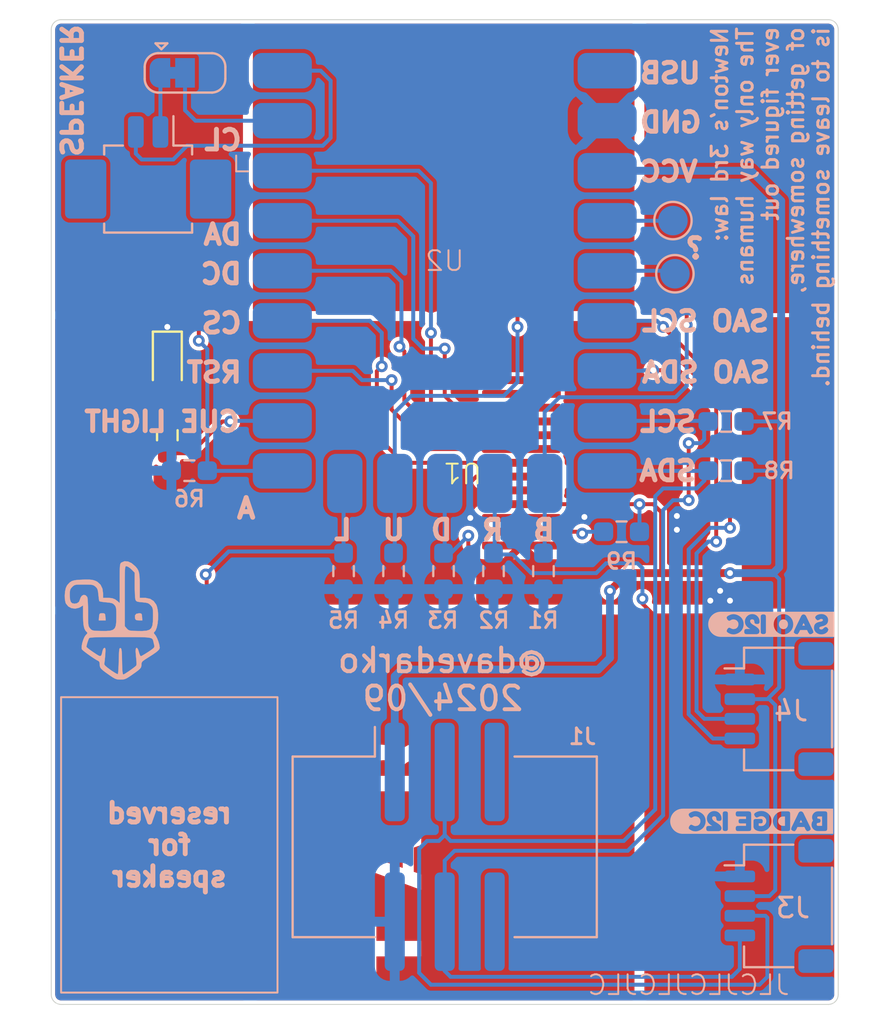
<source format=kicad_pcb>
(kicad_pcb (version 20240108) (generator "pcbnew") (generator_version "8.0")
  (layers (0 "F.Cu" signal) (31 "B.Cu" signal) (34 "B.Paste" user) (35 "F.Paste" user) (36 "B.SilkS" user "B.Silkscreen") (37 "F.SilkS" user "F.Silkscreen") (38 "B.Mask" user) (39 "F.Mask" user) (44 "Edge.Cuts" user))
  (net 0 "")
  (net 1 "VCC")
  (net 2 "GND")
  (net 3 "TFT_SCLK")
  (net 6 "TFT_COPI")
  (net 7 "TFT_CS")
  (net 8 "TFT_RST")
  (net 9 "TFT_DC")
  (net 11 "TOUCH_A")
  (net 12 "Net-(J2-Pin_2)")
  (net 13 "TOUCH_LEFT")
  (net 14 "TOUCH_DOWN")
  (net 16 "TOUCH_UP")
  (net 17 "TOUCH_RIGHT")
  (net 18 "TOUCH_B")
  (net 21 "SDA")
  (net 22 "SCL")
  (net 23 "Net-(J2-Pin_1)")
  (net 24 "Net-(U1-LEDA)")
  (net 25 "Net-(D1-A)")
  (net 26 "Net-(U2-GPIO7)")
  (net 27 "Net-(JP1-C)")
  (net 28 "SAO_SDA")
  (net 29 "SAO_SCL")
  (net 30 "Net-(U2-GPIO29)")
  (net 31 "Net-(U2-GPIO28)")
  (footprint "Resistor_SMD:R_0603_1608Metric_Pad0.98x0.95mm_HandSolder" (layer "F.Cu") (at 5.9 21.1 90)
    (property "Reference" "R10" (hide yes))
    (property "Value" "4k7" (hide yes))
    (pad "1" smd roundrect (at -0.9125 0 90) (size 0.975 0.95) (layers "F.Cu" "F.Paste" "F.Mask") (net 26 "Net-(U2-GPIO7)"))
    (pad "2" smd roundrect (at 0.9125 0 90) (size 0.975 0.95) (layers "F.Cu" "F.Paste" "F.Mask") (net 25 "Net-(D1-A)"))
  )
  (footprint "Diode_SMD:D_0603_1608Metric_Pad1.05x0.95mm_HandSolder" (layer "F.Cu") (at 5.9 17.5 -90)
    (property "Reference" "D1" (hide yes))
    (property "Value" "LED" (hide yes))
    (pad "1" smd roundrect (at -0.875 0 270) (size 1.05 0.95) (layers "F.Cu" "F.Paste" "F.Mask") (net 2 "GND"))
    (pad "2" smd roundrect (at 0.875 0 270) (size 1.05 0.95) (layers "F.Cu" "F.Paste" "F.Mask") (net 25 "Net-(D1-A)"))
  )
  (footprint "TARS:ST7735S-160x80-13PIN" (layer "F.Cu") (at 20.9 22.5 180)
    (property "Reference" "U1" (at 0 -0.5 180) (layer "F.SilkS") (effects (font (thickness 0.1))))
    (property "Value" "~")
    (pad "1" smd roundrect (at -3 4.2) (size 4 0.4) (layers "F.Cu" "F.Paste" "F.Mask"))
    (pad "2" smd roundrect (at -3 3.5) (size 4 0.4) (layers "F.Cu" "F.Paste" "F.Mask"))
    (pad "3" smd roundrect (at -3 2.8) (size 4 0.4) (layers "F.Cu" "F.Paste" "F.Mask") (net 6 "TFT_COPI"))
    (pad "4" smd roundrect (at -3 2.1) (size 4 0.4) (layers "F.Cu" "F.Paste" "F.Mask") (net 3 "TFT_SCLK"))
    (pad "5" smd roundrect (at -3 1.4) (size 4 0.4) (layers "F.Cu" "F.Paste" "F.Mask") (net 9 "TFT_DC"))
    (pad "6" smd roundrect (at -3 0.7) (size 4 0.4) (layers "F.Cu" "F.Paste" "F.Mask") (net 8 "TFT_RST"))
    (pad "7" smd roundrect (at -3 0) (size 4 0.4) (layers "F.Cu" "F.Paste" "F.Mask") (net 7 "TFT_CS"))
    (pad "8" smd roundrect (at -3 -0.7) (size 4 0.4) (layers "F.Cu" "F.Paste" "F.Mask") (net 2 "GND"))
    (pad "9" smd roundrect (at -3 -1.4) (size 4 0.4) (layers "F.Cu" "F.Paste" "F.Mask"))
    (pad "10" smd roundrect (at -3 -2.1) (size 4 0.4) (layers "F.Cu" "F.Paste" "F.Mask") (net 1 "VCC"))
    (pad "11" smd roundrect (at -3 -2.8) (size 4 0.4) (layers "F.Cu" "F.Paste" "F.Mask") (net 2 "GND"))
    (pad "12" smd roundrect (at -3 -3.5) (size 4 0.4) (layers "F.Cu" "F.Paste" "F.Mask") (net 24 "Net-(U1-LEDA)"))
    (pad "13" smd roundrect (at -3 -4.2) (size 4 0.4) (layers "F.Cu" "F.Paste" "F.Mask") (net 2 "GND"))
  )
  (footprint "Resistor_SMD:R_0603_1608Metric_Pad0.98x0.95mm_HandSolder" (layer "B.Cu") (at 14.859 28 -90)
    (property "Reference" "R5" (at 2.5 0 0) (layer "B.SilkS") (effects (font (size 0.8 0.8)) (justify mirror)))
    (property "Value" "1M")
    (pad "1" smd roundrect (at -0.9125 0 270) (size 0.975 0.95) (layers "B.Cu" "B.Paste" "B.Mask") (net 13 "TOUCH_LEFT"))
    (pad "2" smd roundrect (at 0.9125 0 270) (size 0.975 0.95) (layers "B.Cu" "B.Paste" "B.Mask") (net 2 "GND"))
  )
  (footprint "Jumper:SolderJumper-3_P1.3mm_Bridged12_RoundedPad1.0x1.5mm" (layer "B.Cu") (at 6.8 2.7)
    (property "Reference" "JP1" (hide yes))
    (property "Value" "Jumper_3_Bridged12")
    (fp_poly (pts (xy -0.9 0.3) (xy -0.4 0.3) (xy -0.4 -0.3) (xy -0.9 -0.3)) (fill solid) (layer "B.Cu"))
    (pad "1" smd custom (at -1.3 0) (size 1 0.5) (layers "B.Cu" "B.Mask") (net 23 "Net-(J2-Pin_1)") (options (clearance outline) (anchor rect)) (primitives (gr_circle (center 0 -0.25) (end 0.5 -0.25) (width 0) (fill yes)) (gr_circle (center 0 0.25) (end 0.5 0.25) (width 0) (fill yes)) (gr_poly (pts (xy 0.55 -0.75) (xy 0 -0.75) (xy 0 0.75) (xy 0.55 0.75)) (width 0) (fill yes))))
    (pad "2" smd rect (at 0 0) (size 1 1.5) (layers "B.Cu" "B.Mask") (net 27 "Net-(JP1-C)"))
    (pad "3" smd custom (at 1.3 0) (size 1 0.5) (layers "B.Cu" "B.Mask") (net 2 "GND") (options (clearance outline) (anchor rect)) (primitives (gr_circle (center 0 -0.25) (end 0.5 -0.25) (width 0) (fill yes)) (gr_circle (center 0 0.25) (end 0.5 0.25) (width 0) (fill yes)) (gr_poly (pts (xy 0 -0.75) (xy -0.55 -0.75) (xy -0.55 0.75) (xy 0 0.75)) (width 0) (fill yes))))
  )
  (footprint "kibuzzard-66F128E4" (layer "B.Cu") (at 36.6 30.7 180)
    (property "Reference" "kibuzzard-66F128E4" (hide yes))
    (property "Value" "G***" (hide yes))
  )
  (footprint "Resistor_SMD:R_0603_1608Metric_Pad0.98x0.95mm_HandSolder" (layer "B.Cu") (at 22.479 28 -90)
    (property "Reference" "R2" (at 2.5 -0.021 0) (layer "B.SilkS") (effects (font (size 0.8 0.8)) (justify mirror)))
    (property "Value" "1M")
    (pad "1" smd roundrect (at -0.9125 0 270) (size 0.975 0.95) (layers "B.Cu" "B.Paste" "B.Mask") (net 17 "TOUCH_RIGHT"))
    (pad "2" smd roundrect (at 0.9125 0 270) (size 0.975 0.95) (layers "B.Cu" "B.Paste" "B.Mask") (net 2 "GND"))
  )
  (footprint "Resistor_SMD:R_0603_1608Metric_Pad0.98x0.95mm_HandSolder" (layer "B.Cu") (at 28.9875 26 180)
    (property "Reference" "R9" (at 0 -1.5 0) (layer "B.SilkS") (effects (font (size 0.8 0.8)) (justify mirror)))
    (property "Value" "11 Ohm")
    (pad "1" smd roundrect (at -0.9125 0 180) (size 0.975 0.95) (layers "B.Cu" "B.Paste" "B.Mask") (net 1 "VCC"))
    (pad "2" smd roundrect (at 0.9125 0 180) (size 0.975 0.95) (layers "B.Cu" "B.Paste" "B.Mask") (net 24 "Net-(U1-LEDA)"))
  )
  (footprint "TestPoint:TestPoint_Pad_D1.5mm" (layer "B.Cu") (at 31.6 10.2 180)
    (property "Reference" "TP1" (hide yes))
    (property "Value" "TestPoint")
    (pad "1" smd circle (at 0 0 180) (size 1.5 1.5) (layers "B.Cu" "B.Mask") (net 30 "Net-(U2-GPIO29)"))
  )
  (footprint "Connector_JST:JST_SH_SM04B-SRSS-TB_1x04-1MP_P1.00mm_Horizontal" (layer "B.Cu") (at 37 45 -90)
    (property "Reference" "J3" (at 0.1 -0.7 0) (layer "B.SilkS") (effects (justify mirror)))
    (property "Value" "Conn_01x04")
    (pad "1" smd roundrect (at -1.5 2 270) (size 0.6 1.55) (layers "B.Cu" "B.Paste" "B.Mask") (net 2 "GND"))
    (pad "2" smd roundrect (at -0.5 2 270) (size 0.6 1.55) (layers "B.Cu" "B.Paste" "B.Mask") (net 1 "VCC"))
    (pad "3" smd roundrect (at 0.5 2 270) (size 0.6 1.55) (layers "B.Cu" "B.Paste" "B.Mask") (net 21 "SDA"))
    (pad "4" smd roundrect (at 1.5 2 270) (size 0.6 1.55) (layers "B.Cu" "B.Paste" "B.Mask") (net 22 "SCL"))
    (pad "MP" smd roundrect (at -2.8 -1.875 270) (size 1.2 1.8) (layers "B.Cu" "B.Paste" "B.Mask") (roundrect_rratio 0.208333))
    (pad "MP" smd roundrect (at 2.8 -1.875 270) (size 1.2 1.8) (layers "B.Cu" "B.Paste" "B.Mask") (roundrect_rratio 0.208333))
  )
  (footprint "Connector_Molex:Molex_PicoBlade_53261-0271_1x02-1MP_P1.25mm_Horizontal" (layer "B.Cu") (at 4.925 8.1 180)
    (property "Reference" "J2" (hide yes))
    (property "Value" "Conn_01x02_Socket")
    (pad "1" smd roundrect (at -0.625 2.4 180) (size 0.8 1.6) (layers "B.Cu" "B.Paste" "B.Mask") (net 23 "Net-(J2-Pin_1)"))
    (pad "2" smd roundrect (at 0.625 2.4 180) (size 0.8 1.6) (layers "B.Cu" "B.Paste" "B.Mask") (net 12 "Net-(J2-Pin_2)"))
    (pad "MP" smd roundrect (at -3.175 -0.5 180) (size 2.1 3) (layers "B.Cu" "B.Paste" "B.Mask") (roundrect_rratio 0.119048))
    (pad "MP" smd roundrect (at 3.175 -0.5 180) (size 2.1 3) (layers "B.Cu" "B.Paste" "B.Mask") (roundrect_rratio 0.119048))
  )
  (footprint "Resistor_SMD:R_0603_1608Metric_Pad0.98x0.95mm_HandSolder" (layer "B.Cu") (at 17.399 28 -90)
    (property "Reference" "R4" (at 2.5 -0.001 0) (layer "B.SilkS") (effects (font (size 0.8 0.8)) (justify mirror)))
    (property "Value" "1M")
    (pad "1" smd roundrect (at -0.9125 0 270) (size 0.975 0.95) (layers "B.Cu" "B.Paste" "B.Mask") (net 16 "TOUCH_UP"))
    (pad "2" smd roundrect (at 0.9125 0 270) (size 0.975 0.95) (layers "B.Cu" "B.Paste" "B.Mask") (net 2 "GND"))
  )
  (footprint "kibuzzard-66F12846" (layer "B.Cu") (at 35.6 40.7 180)
    (property "Reference" "kibuzzard-66F12846" (hide yes))
    (property "Value" "G***" (hide yes))
  )
  (footprint "Resistor_SMD:R_0603_1608Metric_Pad0.98x0.95mm_HandSolder" (layer "B.Cu") (at 7.02 22.9)
    (property "Reference" "R6" (at 0 1.43 180) (layer "B.SilkS") (effects (font (size 0.8 0.8) (thickness 0.15) (bold yes)) (justify mirror)))
    (property "Value" "1M")
    (pad "1" smd roundrect (at -0.9125 0) (size 0.975 0.95) (layers "B.Cu" "B.Paste" "B.Mask") (net 2 "GND"))
    (pad "2" smd roundrect (at 0.9125 0) (size 0.975 0.95) (layers "B.Cu" "B.Paste" "B.Mask") (net 11 "TOUCH_A"))
  )
  (footprint "Connector_IDC:IDC-Header_2x03_P2.54mm_Vertical_SMD" (layer "B.Cu") (at 20 42 -90)
    (property "Reference" "J1" (at -5.6 -7 0) (layer "B.SilkS") (effects (font (size 0.8 0.8)) (justify mirror)))
    (property "Value" "Conn_02x03_Odd_Even")
    (pad "1" smd roundrect (at -3.8 2.54 270) (size 5 1.02) (layers "B.Cu" "B.Paste" "B.Mask") (net 1 "VCC"))
    (pad "2" smd roundrect (at 3.8 2.54 270) (size 5 1.02) (layers "B.Cu" "B.Paste" "B.Mask") (net 2 "GND"))
    (pad "3" smd roundrect (at -3.8 0 270) (size 5 1.02) (layers "B.Cu" "B.Paste" "B.Mask") (net 21 "SDA"))
    (pad "4" smd roundrect (at 3.8 0 270) (size 5 1.02) (layers "B.Cu" "B.Paste" "B.Mask") (net 22 "SCL"))
    (pad "5" smd roundrect (at -3.8 -2.54 270) (size 5 1.02) (layers "B.Cu" "B.Paste" "B.Mask"))
    (pad "6" smd roundrect (at 3.8 -2.54 270) (size 5 1.02) (layers "B.Cu" "B.Paste" "B.Mask"))
  )
  (footprint "Resistor_SMD:R_0603_1608Metric_Pad0.98x0.95mm_HandSolder" (layer "B.Cu") (at 25.019 28 -90)
    (property "Reference" "R1" (at 2.5 0.019 0) (layer "B.SilkS") (effects (font (size 0.8 0.8)) (justify mirror)))
    (property "Value" "1M")
    (pad "1" smd roundrect (at -0.9125 0 270) (size 0.975 0.95) (layers "B.Cu" "B.Paste" "B.Mask") (net 18 "TOUCH_B"))
    (pad "2" smd roundrect (at 0.9125 0 270) (size 0.975 0.95) (layers "B.Cu" "B.Paste" "B.Mask") (net 2 "GND"))
  )
  (footprint "Resistor_SMD:R_0603_1608Metric_Pad0.98x0.95mm_HandSolder" (layer "B.Cu") (at 34.3 20.4)
    (property "Reference" "R7" (at 2.6 0 0) (layer "B.SilkS") (effects (font (size 0.8 0.8)) (justify mirror)))
    (property "Value" "4k7")
    (pad "1" smd roundrect (at -0.9125 0) (size 0.975 0.95) (layers "B.Cu" "B.Paste" "B.Mask") (net 22 "SCL"))
    (pad "2" smd roundrect (at 0.9125 0) (size 0.975 0.95) (layers "B.Cu" "B.Paste" "B.Mask") (net 1 "VCC"))
  )
  (footprint "Resistor_SMD:R_0603_1608Metric_Pad0.98x0.95mm_HandSolder" (layer "B.Cu") (at 34.3 22.9)
    (property "Reference" "R8" (at 2.7 0 0) (layer "B.SilkS") (effects (font (size 0.8 0.8)) (justify mirror)))
    (property "Value" "4k7")
    (pad "1" smd roundrect (at -0.9125 0) (size 0.975 0.95) (layers "B.Cu" "B.Paste" "B.Mask") (net 21 "SDA"))
    (pad "2" smd roundrect (at 0.9125 0) (size 0.975 0.95) (layers "B.Cu" "B.Paste" "B.Mask") (net 1 "VCC"))
  )
  (footprint "davedarko:davedarko_logo_silk_outline" (layer "B.Cu") (at 3.1 30.5 180)
    (property "Reference" "Ref**" (hide yes))
    (property "Value" "Val**" (hide yes))
  )
  (footprint "Connector_JST:JST_SH_SM04B-SRSS-TB_1x04-1MP_P1.00mm_Horizontal" (layer "B.Cu") (at 37 35 -90)
    (property "Reference" "J4" (at 0.1 -0.6 0) (layer "B.SilkS") (effects (justify mirror)))
    (property "Value" "Conn_01x04")
    (pad "1" smd roundrect (at -1.5 2 270) (size 0.6 1.55) (layers "B.Cu" "B.Paste" "B.Mask") (net 2 "GND"))
    (pad "2" smd roundrect (at -0.5 2 270) (size 0.6 1.55) (layers "B.Cu" "B.Paste" "B.Mask") (net 1 "VCC"))
    (pad "3" smd roundrect (at 0.5 2 270) (size 0.6 1.55) (layers "B.Cu" "B.Paste" "B.Mask") (net 28 "SAO_SDA"))
    (pad "4" smd roundrect (at 1.5 2 270) (size 0.6 1.55) (layers "B.Cu" "B.Paste" "B.Mask") (net 29 "SAO_SCL"))
    (pad "MP" smd roundrect (at -2.8 -1.875 270) (size 1.2 1.8) (layers "B.Cu" "B.Paste" "B.Mask") (roundrect_rratio 0.208333))
    (pad "MP" smd roundrect (at 2.8 -1.875 270) (size 1.2 1.8) (layers "B.Cu" "B.Paste" "B.Mask") (roundrect_rratio 0.208333))
  )
  (footprint "TestPoint:TestPoint_Pad_D1.5mm" (layer "B.Cu") (at 31.7 12.9 180)
    (property "Reference" "TP2" (hide yes))
    (property "Value" "TestPoint")
    (pad "1" smd circle (at 0 0 180) (size 1.5 1.5) (layers "B.Cu" "B.Mask") (net 31 "Net-(U2-GPIO28)"))
  )
  (footprint "TARS:RP2040-TINY" (layer "B.Cu") (at 20 12.75 180)
    (property "Reference" "U2" (at 0 0.5 0) (layer "B.SilkS") (effects (font (thickness 0.1)) (justify mirror)))
    (property "Value" "Speaker")
    (pad "1" smd roundrect (at 8.255 10.16) (size 3 1.8) (layers "B.Cu" "B.Paste" "B.Mask") (net 12 "Net-(J2-Pin_2)"))
    (pad "2" smd roundrect (at 8.255 7.62) (size 3 1.8) (layers "B.Cu" "B.Paste" "B.Mask") (net 27 "Net-(JP1-C)"))
    (pad "3" smd roundrect (at 8.255 5.08) (size 3 1.8) (layers "B.Cu" "B.Paste" "B.Mask") (net 3 "TFT_SCLK"))
    (pad "4" smd roundrect (at 8.255 2.54) (size 3 1.8) (layers "B.Cu" "B.Paste" "B.Mask") (net 6 "TFT_COPI"))
    (pad "5" smd roundrect (at 8.255 0) (size 3 1.8) (layers "B.Cu" "B.Paste" "B.Mask") (net 9 "TFT_DC"))
    (pad "6" smd roundrect (at 8.255 -2.54) (size 3 1.8) (layers "B.Cu" "B.Paste" "B.Mask") (net 7 "TFT_CS"))
    (pad "7" smd roundrect (at 8.255 -5.08) (size 3 1.8) (layers "B.Cu" "B.Paste" "B.Mask") (net 8 "TFT_RST"))
    (pad "8" smd roundrect (at 8.255 -7.62) (size 3 1.8) (layers "B.Cu" "B.Paste" "B.Mask") (net 26 "Net-(U2-GPIO7)"))
    (pad "9" smd roundrect (at 8.255 -10.16) (size 3 1.8) (layers "B.Cu" "B.Paste" "B.Mask") (net 11 "TOUCH_A"))
    (pad "10" smd roundrect (at 5.08 -10.795 90) (size 3 1.8) (layers "B.Cu" "B.Paste" "B.Mask") (net 13 "TOUCH_LEFT"))
    (pad "11" smd roundrect (at 2.54 -10.795 90) (size 3 1.8) (layers "B.Cu" "B.Paste" "B.Mask") (net 16 "TOUCH_UP"))
    (pad "12" smd roundrect (at 0 -10.795 90) (size 3 1.8) (layers "B.Cu" "B.Paste" "B.Mask") (net 14 "TOUCH_DOWN"))
    (pad "13" smd roundrect (at -2.54 -10.795 90) (size 3 1.8) (layers "B.Cu" "B.Paste" "B.Mask") (net 17 "TOUCH_RIGHT"))
    (pad "14" smd roundrect (at -5.08 -10.795 90) (size 3 1.8) (layers "B.Cu" "B.Paste" "B.Mask") (net 18 "TOUCH_B"))
    (pad "15" smd roundrect (at -8.255 -10.16) (size 3 1.8) (layers "B.Cu" "B.Paste" "B.Mask") (net 21 "SDA"))
    (pad "16" smd roundrect (at -8.255 -7.62) (size 3 1.8) (layers "B.Cu" "B.Paste" "B.Mask") (net 22 "SCL"))
    (pad "17" smd roundrect (at -8.255 -5.08) (size 3 1.8) (layers "B.Cu" "B.Paste" "B.Mask") (net 28 "SAO_SDA"))
    (pad "18" smd roundrect (at -8.255 -2.54) (size 3 1.8) (layers "B.Cu" "B.Paste" "B.Mask") (net 29 "SAO_SCL"))
    (pad "19" smd roundrect (at -8.255 0) (size 3 1.8) (layers "B.Cu" "B.Paste" "B.Mask") (net 31 "Net-(U2-GPIO28)"))
    (pad "20" smd roundrect (at -8.255 2.54) (size 3 1.8) (layers "B.Cu" "B.Paste" "B.Mask") (net 30 "Net-(U2-GPIO29)"))
    (pad "21" smd roundrect (at -8.255 5.08) (size 3 1.8) (layers "B.Cu" "B.Paste" "B.Mask") (net 1 "VCC"))
    (pad "22" smd roundrect (at -8.255 7.62) (size 3 1.8) (layers "B.Cu" "B.Paste" "B.Mask") (net 2 "GND"))
    (pad "23" smd roundrect (at -8.255 10.16) (size 3 1.8) (layers "B.Cu" "B.Paste" "B.Mask"))
  )
  (footprint "Resistor_SMD:R_0603_1608Metric_Pad0.98x0.95mm_HandSolder" (layer "B.Cu") (at 19.939 28 -90)
    (property "Reference" "R3" (at 2.5 0.039 0) (layer "B.SilkS") (effects (font (size 0.8 0.8)) (justify mirror)))
    (property "Value" "1M")
    (pad "1" smd roundrect (at -0.9125 0 270) (size 0.975 0.95) (layers "B.Cu" "B.Paste" "B.Mask") (net 14 "TOUCH_DOWN"))
    (pad "2" smd roundrect (at 0.9125 0 270) (size 0.975 0.95) (layers "B.Cu" "B.Paste" "B.Mask") (net 2 "GND"))
  )
  (gr_line (start 10 7.7) (end 9.4 7.7) (stroke (width 0.1)) (layer "B.SilkS"))
  (gr_rect (start 0.5 34.4) (end 11.5 49.4) (stroke (width 0.1)) (fill none) (layer "B.SilkS"))
  (gr_line (start 9.4 7.7) (end 9.4 6.9) (stroke (width 0.1)) (layer "B.SilkS"))
  (gr_arc (start 0.5 50) (mid 0.146447 49.853553) (end 0 49.5) (stroke (width 0.05)) (layer "Edge.Cuts"))
  (gr_line (start 39.5 0) (end 0.5 0) (stroke (width 0.05)) (layer "Edge.Cuts"))
  (gr_arc (start 39.5 0) (mid 39.853553 0.146447) (end 40 0.5) (stroke (width 0.05)) (layer "Edge.Cuts"))
  (gr_line (start 0.5 50) (end 39.5 50) (stroke (width 0.05)) (layer "Edge.Cuts"))
  (gr_arc (start 0 0.5) (mid 0.146447 0.146447) (end 0.5 0) (stroke (width 0.05)) (layer "Edge.Cuts"))
  (gr_line (start 0 0.5) (end 0 49.5) (stroke (width 0.05)) (layer "Edge.Cuts"))
  (gr_arc (start 40 49.5) (mid 39.853553 49.853553) (end 39.5 50) (stroke (width 0.05)) (layer "Edge.Cuts"))
  (gr_line (start 40 49.5) (end 40 0.5) (stroke (width 0.05)) (layer "Edge.Cuts"))
  (gr_text "TARS" (at 14.5 48.5 90) (layer "F.Cu" knockout) (effects (font (size 3 3) (thickness 0.3) (bold yes)) (justify left bottom)))
  (gr_text "T A R S" (at 19.5 48.6 90) (layer "F.Cu" knockout) (effects (font (size 3 3) (thickness 0.3) (bold yes)) (justify left bottom)))
  (gr_text "VCC" (at 29.8 8.3 0) (layer "B.SilkS") (effects (font (size 1 1) (thickness 0.25) (bold yes)) (justify right bottom mirror)))
  (gr_text "RST" (at 9.8 18.5 0) (layer "B.SilkS") (effects (font (size 1 1) (thickness 0.25) (bold yes)) (justify left bottom mirror)))
  (gr_text "R" (at 23.1 26.5 0) (layer "B.SilkS") (effects (font (size 1 1) (thickness 0.25) (bold yes)) (justify left bottom mirror)))
  (gr_text "@davedarko\n2024/09" (at 19.9 33.5 0) (layer "B.SilkS") (effects (font (size 1.2 1.2) (thickness 0.2) (bold yes)) (justify mirror)))
  (gr_text "GND" (at 29.8 5.8 0) (layer "B.SilkS") (effects (font (size 1 1) (thickness 0.25) (bold yes)) (justify right bottom mirror)))
  (gr_text "D" (at 20.5 26.5 0) (layer "B.SilkS") (effects (font (size 1 1) (thickness 0.25) (bold yes)) (justify left bottom mirror)))
  (gr_text "?" (at 33.3 12.2 0) (layer "B.SilkS") (effects (font (size 1 1) (thickness 0.25) (bold yes)) (justify left bottom mirror)))
  (gr_text "SDA" (at 32.9 23.5 0) (layer "B.SilkS") (effects (font (size 1 1) (thickness 0.25) (bold yes)) (justify left bottom mirror)))
  (gr_text "L" (at 15.4 26.5 0) (layer "B.SilkS") (effects (font (size 1 1) (thickness 0.25) (bold yes)) (justify left bottom mirror)))
  (gr_text "JLCJLCJLCJLC" (at 37.6 49.6 0) (layer "B.SilkS") (effects (font (size 1 1) (thickness 0.1)) (justify left bottom mirror)))
  (gr_text "USB" (at 29.8 3.3 0) (layer "B.SilkS") (effects (font (size 1 1) (thickness 0.25) (bold yes)) (justify right bottom mirror)))
  (gr_text "SPEAKER" (at 0.4 3.6 -90) (layer "B.SilkS") (effects (font (size 1 1) (thickness 0.25) (bold yes)) (justify bottom mirror)))
  (gr_text "SCL" (at 32.9 21 0) (layer "B.SilkS") (effects (font (size 1 1) (thickness 0.25) (bold yes)) (justify left bottom mirror)))
  (gr_text "CUE LIGHT" (at 9.7 21 0) (layer "B.SilkS") (effects (font (size 1 1) (thickness 0.25) (bold yes)) (justify left bottom mirror)))
  (gr_text "B" (at 25.7 26.5 0) (layer "B.SilkS") (effects (font (size 1 1) (thickness 0.25) (bold yes)) (justify left bottom mirror)))
  (gr_text "CS" (at 9.8 16 0) (layer "B.SilkS") (effects (font (size 1 1) (thickness 0.25) (bold yes)) (justify left bottom mirror)))
  (gr_text "Newton's 3rd law: \nThe only way humans\never figured out\nof getting somewhere,\nis to leave something behind." (at 39.6 0.3 90) (layer "B.SilkS") (effects (font (size 0.8 0.8) (thickness 0.15) (bold yes)) (justify left bottom mirror)))
  (gr_text "A" (at 10.5 25.4 0) (layer "B.SilkS") (effects (font (size 1 1) (thickness 0.25) (bold yes)) (justify left bottom mirror)))
  (gr_text "SAO SDA" (at 29.9 18.5 0) (layer "B.SilkS") (effects (font (size 1 1) (thickness 0.25) (bold yes)) (justify right bottom mirror)))
  (gr_text "DA" (at 9.8 11.5 0) (layer "B.SilkS") (effects (font (size 1 1) (thickness 0.25) (bold yes)) (justify left bottom mirror)))
  (gr_text "reserved\nfor\nspeaker" (at 6 41.9 0) (layer "B.SilkS") (effects (font (size 1 1) (thickness 0.25) (bold yes)) (justify mirror)))
  (gr_text "DC" (at 9.8 13.5 0) (layer "B.SilkS") (effects (font (size 1 1) (thickness 0.25) (bold yes)) (justify left bottom mirror)))
  (gr_text "U" (at 18.1 26.5 0) (layer "B.SilkS") (effects (font (size 1 1) (thickness 0.25) (bold yes)) (justify left bottom mirror)))
  (gr_text "CL" (at 9.8 6.7 0) (layer "B.SilkS") (effects (font (size 1 1) (thickness 0.25) (bold yes)) (justify left bottom mirror)))
  (gr_text "SAO SCL" (at 29.9 15.9 0) (layer "B.SilkS") (effects (font (size 1 1) (thickness 0.25) (bold yes)) (justify right bottom mirror)))
  (segment (start 31 25) (end 30.6 24.6) (width 0.2) (layer "F.Cu") (net 1))
  (segment (start 30.6 24.6) (end 24.025 24.6) (width 0.2) (layer "F.Cu") (net 1))
  (segment (start 34.5 28.1) (end 31 28.1) (width 0.4) (layer "F.Cu") (net 1))
  (segment (start 31 25) (end 31 28.1) (width 0.2) (layer "F.Cu") (net 1))
  (segment (start 28.4 29) (end 29.3 28.1) (width 0.4) (layer "F.Cu") (net 1))
  (segment (start 29.3 28.1) (end 31 28.1) (width 0.4) (layer "F.Cu") (net 1))
  (via (at 28.4 29) (size 0.6) (drill 0.3) (layers "F.Cu" "B.Cu") (net 1))
  (via (at 34.5 28.1) (size 0.6) (drill 0.3) (layers "F.Cu" "B.Cu") (net 1))
  (via (at 29.9 24.6) (size 0.6) (drill 0.3) (layers "F.Cu" "B.Cu") (net 1))
  (segment (start 37 27.8) (end 37 23) (width 0.4) (layer "B.Cu") (net 1))
  (segment (start 27.8 33) (end 28.4 32.4) (width 0.4) (layer "B.Cu") (net 1))
  (segment (start 37 33.9) (end 37 29.2) (width 0.2) (layer "B.Cu") (net 1))
  (segment (start 35.0125 20.4) (end 37.1 20.4) (width 0.2) (layer "B.Cu") (net 1))
  (segment (start 37 23) (end 37.1 22.9) (width 0.4) (layer "B.Cu") (net 1))
  (segment (start 28.4 32.4) (end 28.4 29) (width 0.4) (layer "B.Cu") (net 1))
  (segment (start 37.1 20.4) (end 37.1 22.9) (width 0.4) (layer "B.Cu") (net 1))
  (segment (start 36.4 34.5) (end 37 33.9) (width 0.2) (layer "B.Cu") (net 1))
  (segment (start 37.1 9.2) (end 37.1 20.4) (width 0.4) (layer "B.Cu") (net 1))
  (segment (start 37 29.2) (end 37 28.4) (width 0.2) (layer "B.Cu") (net 1))
  (segment (start 35 34.5) (end 36.4 34.5) (width 0.2) (layer "B.Cu") (net 1))
  (segment (start 35.025 22.9) (end 37.1 22.9) (width 0.2) (layer "B.Cu") (net 1))
  (segment (start 17.46 38.2) (end 17.46 33.34) (width 0.4) (layer "B.Cu") (net 1))
  (segment (start 17.8 33) (end 27.8 33) (width 0.4) (layer "B.Cu") (net 1))
  (segment (start 29.9 26) (end 29.9 24.6) (width 0.2) (layer "B.Cu") (net 1))
  (segment (start 36.8 34.8) (end 36.8 44.2) (width 0.2) (layer "B.Cu") (net 1))
  (segment (start 36.4 34.5) (end 36.5 34.5) (width 0.2) (layer "B.Cu") (net 1))
  (segment (start 28.255 7.67) (end 35.57 7.67) (width 0.4) (layer "B.Cu") (net 1))
  (segment (start 36.5 44.5) (end 35 44.5) (width 0.2) (layer "B.Cu") (net 1))
  (segment (start 36.8 44.2) (end 36.5 44.5) (width 0.2) (layer "B.Cu") (net 1))
  (segment (start 17.46 33.34) (end 17.8 33) (width 0.4) (layer "B.Cu") (net 1))
  (segment (start 35.57 7.67) (end 37.1 9.2) (width 0.4) (layer "B.Cu") (net 1))
  (segment (start 34.5 28.1) (end 36.7 28.1) (width 0.4) (layer "B.Cu") (net 1))
  (segment (start 36.5 34.5) (end 36.8 34.8) (width 0.2) (layer "B.Cu") (net 1))
  (segment (start 37 28.4) (end 36.7 28.1) (width 0.2) (layer "B.Cu") (net 1))
  (segment (start 36.7 28.1) (end 37 27.8) (width 0.4) (layer "B.Cu") (net 1))
  (segment (start 24.025 23.2) (end 21.6 23.2) (width 0.2) (layer "F.Cu") (net 2))
  (segment (start 21.3 23.5) (end 21.3 25.3) (width 0.2) (layer "F.Cu") (net 2))
  (segment (start 24.025 25.3) (end 27.050544 25.3) (width 0.2) (layer "F.Cu") (net 2))
  (segment (start 5.9 16.625) (end 5.9 15.6) (width 0.2) (layer "F.Cu") (net 2))
  (segment (start 26.6 26.7) (end 27 27.1) (width 0.2) (layer "F.Cu") (net 2))
  (segment (start 27.050544 25.3) (end 27.100544 25.25) (width 0.2) (layer "F.Cu") (net 2))
  (segment (start 24.025 26.7) (end 26.6 26.7) (width 0.2) (layer "F.Cu") (net 2))
  (segment (start 21.6 23.2) (end 21.3 23.5) (width 0.2) (layer "F.Cu") (net 2))
  (via (at 34 29) (size 0.6) (drill 0.3) (layers "F.Cu" "B.Cu") (net 2))
  (via (at 31.8 25.9) (size 0.6) (drill 0.3) (layers "F.Cu" "B.Cu") (net 2))
  (via (at 34.5 29.5) (size 0.6) (drill 0.3) (layers "F.Cu" "B.Cu") (net 2))
  (via (at 21.3 25.3) (size 0.6) (drill 0.3) (layers "F.Cu" "B.Cu") (net 2))
  (via (at 5.9 15.6) (size 0.6) (drill 0.3) (layers "F.Cu" "B.Cu") (net 2))
  (via (at 33.5 29.5) (size 0.6) (drill 0.3) (layers "F.Cu" "B.Cu") (net 2))
  (via (at 31.8 25.2) (size 0.6) (drill 0.3) (layers "F.Cu" "B.Cu") (net 2))
  (via (at 27.100544 25.25) (size 0.6) (drill 0.3) (layers "F.Cu" "B.Cu") (net 2))
  (segment (start 20 20.4) (end 24.025 20.4) (width 0.2) (layer "F.Cu") (net 3))
  (segment (start 19.3 15.9) (end 19.3 19.7) (width 0.2) (layer "F.Cu") (net 3))
  (segment (start 19.3 19.7) (end 20 20.4) (width 0.2) (layer "F.Cu") (net 3))
  (via (at 19.3 15.9) (size 0.6) (drill 0.3) (layers "F.Cu" "B.Cu") (net 3))
  (segment (start 19.3 8.3) (end 18.67 7.67) (width 0.2) (layer "B.Cu") (net 3))
  (segment (start 18.67 7.67) (end 11.745 7.67) (width 0.2) (layer "B.Cu") (net 3))
  (segment (start 19.3 15.9) (end 19.3 8.3) (width 0.2) (layer "B.Cu") (net 3))
  (segment (start 20 16.7) (end 20 19.1) (width 0.2) (layer "F.Cu") (net 6))
  (segment (start 20.6 19.7) (end 24.025 19.7) (width 0.2) (layer "F.Cu") (net 6))
  (segment (start 20 19.1) (end 20.6 19.7) (width 0.2) (layer "F.Cu") (net 6))
  (via (at 20 16.7) (size 0.6) (drill 0.3) (layers "F.Cu" "B.Cu") (net 6))
  (segment (start 20 16.7) (end 18.9 16.7) (width 0.2) (layer "B.Cu") (net 6))
  (segment (start 18.4 16.2) (end 18.4 11) (width 0.2) (layer "B.Cu") (net 6))
  (segment (start 18.4 11) (end 17.61 10.21) (width 0.2) (layer "B.Cu") (net 6))
  (segment (start 18.9 16.7) (end 18.4 16.2) (width 0.2) (layer "B.Cu") (net 6))
  (segment (start 17.61 10.21) (end 11.745 10.21) (width 0.2) (layer "B.Cu") (net 6))
  (segment (start 24.025 22.5) (end 17.9 22.5) (width 0.2) (layer "F.Cu") (net 7))
  (segment (start 16.55 21.15) (end 16.55 17.85) (width 0.2) (layer "F.Cu") (net 7))
  (segment (start 17.9 22.5) (end 16.55 21.15) (width 0.2) (layer "F.Cu") (net 7))
  (segment (start 16.55 17.85) (end 16.8 17.6) (width 0.2) (layer "F.Cu") (net 7))
  (via (at 16.8 17.6) (size 0.6) (drill 0.3) (layers "F.Cu" "B.Cu") (net 7))
  (segment (start 16.8 15.9) (end 16.8 17.6) (width 0.2) (layer "B.Cu") (net 7))
  (segment (start 16.19 15.29) (end 16.8 15.9) (width 0.2) (layer "B.Cu") (net 7))
  (segment (start 11.745 15.29) (end 16.19 15.29) (width 0.2) (layer "B.Cu") (net 7))
  (segment (start 17.3 19.8) (end 17.3 18.3) (width 0.2) (layer "F.Cu") (net 8))
  (segment (start 19.3 21.8) (end 17.3 19.8) (width 0.2) (layer "F.Cu") (net 8))
  (segment (start 24.025 21.8) (end 19.3 21.8) (width 0.2) (layer "F.Cu") (net 8))
  (via (at 17.3 18.3) (size 0.6) (drill 0.3) (layers "F.Cu" "B.Cu") (net 8))
  (segment (start 15.8 18.3) (end 17.3 18.3) (width 0.2) (layer "B.Cu") (net 8))
  (segment (start 11.745 17.83) (end 15.33 17.83) (width 0.2) (layer "B.Cu") (net 8))
  (segment (start 15.33 17.83) (end 15.8 18.3) (width 0.2) (layer "B.Cu") (net 8))
  (segment (start 19.7 21.1) (end 24.025 21.1) (width 0.2) (layer "F.Cu") (net 9))
  (segment (start 17.7 16.6) (end 17.95 16.85) (width 0.2) (layer "F.Cu") (net 9))
  (segment (start 17.95 16.85) (end 17.95 19.35) (width 0.2) (layer "F.Cu") (net 9))
  (segment (start 17.95 19.35) (end 19.7 21.1) (width 0.2) (layer "F.Cu") (net 9))
  (via (at 17.7 16.6) (size 0.6) (drill 0.3) (layers "F.Cu" "B.Cu") (net 9))
  (segment (start 17.8 16.5) (end 17.7 16.6) (width 0.2) (layer "B.Cu") (net 9))
  (segment (start 17.25 12.75) (end 17.8 13.3) (width 0.2) (layer "B.Cu") (net 9))
  (segment (start 17.8 13.3) (end 17.8 16.5) (width 0.2) (layer "B.Cu") (net 9))
  (segment (start 11.745 12.75) (end 17.25 12.75) (width 0.2) (layer "B.Cu") (net 9))
  (segment (start 7.5 16.3) (end 7.5 14.3) (width 0.2) (layer "F.Cu") (net 11))
  (via (at 7.5 16.3) (size 0.6) (drill 0.3) (layers "F.Cu" "B.Cu") (net 11))
  (segment (start 11.745 22.91) (end 7.9425 22.91) (width 0.2) (layer "B.Cu") (net 11))
  (segment (start 7.9325 16.7325) (end 7.5 16.3) (width 0.2) (layer "B.Cu") (net 11))
  (segment (start 7.9325 22.9) (end 7.9325 16.7325) (width 0.2) (layer "B.Cu") (net 11))
  (segment (start 11.745 2.59) (end 13.69 2.59) (width 0.2) (layer "B.Cu") (net 12))
  (segment (start 4.6 7.1) (end 4.3 6.8) (width 0.2) (layer "B.Cu") (net 12))
  (segment (start 13.8 6.4) (end 6.9 6.4) (width 0.2) (layer "B.Cu") (net 12))
  (segment (start 14.2 3.1) (end 14.2 6) (width 0.2) (layer "B.Cu") (net 12))
  (segment (start 4.3 6.8) (end 4.3 5.7) (width 0.2) (layer "B.Cu") (net 12))
  (segment (start 14.2 6) (end 13.8 6.4) (width 0.2) (layer "B.Cu") (net 12))
  (segment (start 6.2 7.1) (end 4.6 7.1) (width 0.2) (layer "B.Cu") (net 12))
  (segment (start 6.9 6.4) (end 6.2 7.1) (width 0.2) (layer "B.Cu") (net 12))
  (segment (start 13.69 2.59) (end 14.2 3.1) (width 0.2) (layer "B.Cu") (net 12))
  (segment (start 7.9 28.219241) (end 7.851854 28.171095) (width 0.2) (layer "F.Cu") (net 13))
  (segment (start 7.9 30.4) (end 7.9 28.219241) (width 0.2) (layer "F.Cu") (net 13))
  (via (at 7.851854 28.171095) (size 0.6) (drill 0.3) (layers "F.Cu" "B.Cu") (net 13))
  (segment (start 9.018949 27.004) (end 7.851854 28.171095) (width 0.2) (layer "B.Cu") (net 13))
  (segment (start 14.859 27.004) (end 9.018949 27.004) (width 0.2) (layer "B.Cu") (net 13))
  (segment (start 14.859 27.004) (end 14.859 23.606) (width 0.2) (layer "B.Cu") (net 13))
  (segment (start 21.3 26.8) (end 21.3 30.4) (width 0.2) (layer "F.Cu") (net 14))
  (segment (start 21.2 26.7) (end 21.3 26.8) (width 0.2) (layer "F.Cu") (net 14))
  (segment (start 21.2 26.2) (end 21.2 26.7) (width 0.2) (layer "F.Cu") (net 14))
  (via (at 21.2 26.2) (size 0.6) (drill 0.3) (layers "F.Cu" "B.Cu") (net 14))
  (segment (start 20 23.545) (end 20 26.9665) (width 0.2) (layer "B.Cu") (net 14))
  (segment (start 20.3725 27.0275) (end 21.2 26.2) (width 0.2) (layer "B.Cu") (net 14))
  (segment (start 19.939 27.0275) (end 20.3725 27.0275) (width 0.2) (layer "B.Cu") (net 14))
  (segment (start 23.7 15.6) (end 23.7 14.6) (width 0.2) (layer "F.Cu") (net 16))
  (via (at 23.7 15.6) (size 0.6) (drill 0.3) (layers "F.Cu" "B.Cu") (net 16))
  (segment (start 18.3 19.1) (end 22.7 19.1) (width 0.2) (layer "B.Cu") (net 16))
  (segment (start 22.7 19.1) (end 23 19.1) (width 0.2) (layer "B.Cu") (net 16))
  (segment (start 17.46 23.545) (end 17.46 26.9665) (width 0.2) (layer "B.Cu") (net 16))
  (segment (start 17.46 19.94) (end 18.3 19.1) (width 0.2) (layer "B.Cu") (net 16))
  (segment (start 23.7 18.4) (end 23.7 15.6) (width 0.2) (layer "B.Cu") (net 16))
  (segment (start 17.46 23.545) (end 17.46 19.94) (width 0.2) (layer "B.Cu") (net 16))
  (segment (start 23 19.1) (end 23.7 18.4) (width 0.2) (layer "B.Cu") (net 16))
  (segment (start 30.9 30.5) (end 30.05 29.65) (width 0.2) (layer "F.Cu") (net 17))
  (segment (start 30.05 29.65) (end 30.05 29.4) (width 0.2) (layer "F.Cu") (net 17))
  (via (at 30.05 29.4) (size 0.6) (drill 0.3) (layers "F.Cu" "B.Cu") (net 17))
  (segment (start 30.05 27.85) (end 30.05 29.4) (width 0.2) (layer "B.Cu") (net 17))
  (segment (start 28.2 27.6) (end 29.8 27.6) (width 0.2) (layer "B.Cu") (net 17))
  (segment (start 24.4 28.1) (end 27.7 28.1) (width 0.2) (layer "B.Cu") (net 17))
  (segment (start 27.7 28.1) (end 28.2 27.6) (width 0.2) (layer "B.Cu") (net 17))
  (segment (start 22.479 27.1545) (end 23.4545 27.1545) (width 0.2) (layer "B.Cu") (net 17))
  (segment (start 29.8 27.6) (end 30.05 27.85) (width 0.2) (layer "B.Cu") (net 17))
  (segment (start 23.4545 27.1545) (end 24.4 28.1) (width 0.2) (layer "B.Cu") (net 17))
  (segment (start 22.54 23.545) (end 22.54 27.0935) (width 0.2) (layer "B.Cu") (net 17))
  (segment (start 32.3 14.7) (end 32.2 14.6) (width 0.2) (layer "F.Cu") (net 18))
  (segment (start 32.3 15.5) (end 32.3 14.7) (width 0.2) (layer "F.Cu") (net 18))
  (via (at 32.3 15.5) (size 0.6) (drill 0.3) (layers "F.Cu" "B.Cu") (net 18))
  (segment (start 25.83 19.17) (end 31.73 19.17) (width 0.2) (layer "B.Cu") (net 18))
  (segment (start 31.73 19.17) (end 32.3 18.6) (width 0.2) (layer "B.Cu") (net 18))
  (segment (start 25.8 19.2) (end 25.83 19.17) (width 0.2) (layer "B.Cu") (net 18))
  (segment (start 25.08 19.92) (end 25.8 19.2) (width 0.2) (layer "B.Cu") (net 18))
  (segment (start 32.3 18.6) (end 32.3 15.5) (width 0.2) (layer "B.Cu") (net 18))
  (segment (start 25.08 23.545) (end 25.08 27.0935) (width 0.2) (layer "B.Cu") (net 18))
  (segment (start 25.08 23.545) (end 25.08 19.92) (width 0.2) (layer "B.Cu") (net 18))
  (segment (start 36.4 48.6) (end 36.4 45.6) (width 0.2) (layer "B.Cu") (net 21))
  (segment (start 36.4 45.6) (end 36.3 45.5) (width 0.2) (layer "B.Cu") (net 21))
  (segment (start 19.7 41.7) (end 20 41.4) (width 0.2) (layer "B.Cu") (net 21))
  (segment (start 19.3 49) (end 36 49) (width 0.2) (layer "B.Cu") (net 21))
  (segment (start 20.3 41.7) (end 20 41.4) (width 0.2) (layer "B.Cu") (net 21))
  (segment (start 31.1 23.8) (end 30.7 24.2) (width 0.2) (layer "B.Cu") (net 21))
  (segment (start 19.1 41.7) (end 19.7 41.7) (width 0.2) (layer "B.Cu") (net 21))
  (segment (start 18.7 42.1) (end 19.1 41.7) (width 0.2) (layer "B.Cu") (net 21))
  (segment (start 33.2 23.4) (end 32.8 23.8) (width 0.2) (layer "B.Cu") (net 21))
  (segment (start 29.1 41.7) (end 20.3 41.7) (width 0.2) (layer "B.Cu") (net 21))
  (segment (start 36.3 45.5) (end 35 45.5) (width 0.2) (layer "B.Cu") (net 21))
  (segment (start 20 38.2) (end 20 41.4) (width 0.2) (layer "B.Cu") (net 21))
  (segment (start 18.7 42.6) (end 18.7 48.4) (width 0.2) (layer "B.Cu") (net 21))
  (segment (start 32.8 23.8) (end 31.1 23.8) (width 0.2) (layer "B.Cu") (net 21))
  (segment (start 33.2 22.9) (end 33.2 23.4) (width 0.2) (layer "B.Cu") (net 21))
  (segment (start 28.255 22.91) (end 33.19 22.91) (width 0.2) (layer "B.Cu") (net 21))
  (segment (start 36 49) (end 36.4 48.6) (width 0.2) (layer "B.Cu") (net 21))
  (segment (start 30.7 40.1) (end 29.1 41.7) (width 0.2) (layer "B.Cu") (net 21))
  (segment (start 18.7 48.4) (end 19.3 49) (width 0.2) (layer "B.Cu") (net 21))
  (segment (start 18.7 42.6) (end 18.7 42.1) (width 0.2) (layer "B.Cu") (net 21))
  (segment (start 30.7 24.2) (end 30.7 40.1) (width 0.2) (layer "B.Cu") (net 21))
  (segment (start 32.4 21.5) (end 32.4 24.4) (width 0.2) (layer "F.Cu") (net 22))
  (via (at 32.4 21.5) (size 0.6) (drill 0.3) (layers "F.Cu" "B.Cu") (net 22))
  (via (at 32.4 24.4) (size 0.6) (drill 0.3) (layers "F.Cu" "B.Cu") (net 22))
  (segment (start 20 48.299999) (end 20.300001 48.6) (width 0.2) (layer "B.Cu") (net 22))
  (segment (start 20 45.8) (end 20 48.299999) (width 0.2) (layer "B.Cu") (net 22))
  (segment (start 35 48.2) (end 35 46.5) (width 0.2) (layer "B.Cu") (net 22))
  (segment (start 20.300001 48.6) (end 34.6 48.6) (width 0.2) (layer "B.Cu") (net 22))
  (segment (start 32.4 21.5) (end 33 21.5) (width 0.2) (layer "B.Cu") (net 22))
  (segment (start 31.1 24.9) (end 31.1 40.4) (width 0.2) (layer "B.Cu") (net 22))
  (segment (start 33.1875 21.3125) (end 33.1875 20.4) (width 0.2) (layer "B.Cu") (net 22))
  (segment (start 31.6 24.4) (end 31.1 24.9) (width 0.2) (layer "B.Cu") (net 22))
  (segment (start 29.3 42.2) (end 20.5 42.2) (width 0.2) (layer "B.Cu") (net 22))
  (segment (start 34.6 48.6) (end 35 48.2) (width 0.2) (layer "B.Cu") (net 22))
  (segment (start 31.1 40.4) (end 29.3 42.2) (width 0.2) (layer "B.Cu") (net 22))
  (segment (start 20.5 42.2) (end 20 42.7) (width 0.2) (layer "B.Cu") (net 22))
  (segment (start 20 42.7) (end 20 45.8) (width 0.2) (layer "B.Cu") (net 22))
  (segment (start 28.255 20.37) (end 33.1575 20.37) (width 0.2) (layer "B.Cu") (net 22))
  (segment (start 33 21.5) (end 33.1875 21.3125) (width 0.2) (layer "B.Cu") (net 22))
  (segment (start 32.4 24.4) (end 31.6 24.4) (width 0.2) (layer "B.Cu") (net 22))
  (segment (start 5.55 2.75) (end 5.5 2.7) (width 0.2) (layer "B.Cu") (net 23))
  (segment (start 5.55 5.7) (end 5.55 2.75) (width 0.2) (layer "B.Cu") (net 23))
  (segment (start 26.895138 26) (end 26.987604 26.092466) (width 0.2) (layer "F.Cu") (net 24))
  (segment (start 24.025 26) (end 26.895138 26) (width 0.2) (layer "F.Cu") (net 24))
  (via (at 26.987604 26.092466) (size 0.6) (drill 0.3) (layers "F.Cu" "B.Cu") (net 24))
  (segment (start 28.075 26) (end 27.08007 26) (width 0.2) (layer "B.Cu") (net 24))
  (segment (start 27.08007 26) (end 26.987604 26.092466) (width 0.2) (layer "B.Cu") (net 24))
  (segment (start 5.9 20.1875) (end 5.9 18.375) (width 0.2) (layer "F.Cu") (net 25))
  (segment (start 9.1 20.4) (end 8.7 20.4) (width 0.2) (layer "F.Cu") (net 26))
  (segment (start 8.7 20.4) (end 7.0875 22.0125) (width 0.2) (layer "F.Cu") (net 26))
  (segment (start 7.0875 22.0125) (end 5.9 22.0125) (width 0.2) (layer "F.Cu") (net 26))
  (via (at 9.1 20.4) (size 0.6) (drill 0.3) (layers "F.Cu" "B.Cu") (net 26))
  (segment (start 9.13 20.37) (end 9.1 20.4) (width 0.2) (layer "B.Cu") (net 26))
  (segment (start 11.745 20.37) (end 9.13 20.37) (width 0.2) (layer "B.Cu") (net 26))
  (segment (start 6.8 4.6) (end 6.8 2.7) (width 0.2) (layer "B.Cu") (net 27))
  (segment (start 11.745 5.13) (end 7.33 5.13) (width 0.2) (layer "B.Cu") (net 27))
  (segment (start 7.33 5.13) (end 6.8 4.6) (width 0.2) (layer "B.Cu") (net 27))
  (segment (start 33.8 26.5) (end 33.8 19.7) (width 0.2) (layer "F.Cu") (net 28))
  (segment (start 33.8 19.7) (end 31.9 17.8) (width 0.2) (layer "F.Cu") (net 28))
  (segment (start 31.9 17.8) (end 30.6 17.8) (width 0.2) (layer "F.Cu") (net 28))
  (via (at 30.6 17.8) (size 0.6) (drill 0.3) (layers "F.Cu" "B.Cu") (net 28))
  (via (at 33.8 26.5) (size 0.6) (drill 0.3) (layers "F.Cu" "B.Cu") (net 28))
  (segment (start 30.6 17.8) (end 30.1 17.8) (width 0.2) (layer "B.Cu") (net 28))
  (segment (start 33.4 26.5) (end 32.8 27.1) (width 0.2) (layer "B.Cu") (net 28))
  (segment (start 32.8 35.1) (end 33.2 35.5) (width 0.2) (layer "B.Cu") (net 28))
  (segment (start 30.1 17.8) (end 30.07 17.83) (width 0.2) (layer "B.Cu") (net 28))
  (segment (start 33.2 35.5) (end 35 35.5) (width 0.2) (layer "B.Cu") (net 28))
  (segment (start 32.8 27.1) (end 32.8 35.1) (width 0.2) (layer "B.Cu") (net 28))
  (segment (start 30.07 17.83) (end 28.255 17.83) (width 0.2) (layer "B.Cu") (net 28))
  (segment (start 33.8 26.5) (end 33.4 26.5) (width 0.2) (layer "B.Cu") (net 28))
  (segment (start 34.5 25.8) (end 34.5 19) (width 0.2) (layer "F.Cu") (net 29))
  (segment (start 34.5 19) (end 31.1 15.6) (width 0.2) (layer "F.Cu") (net 29))
  (via (at 31.1 15.6) (size 0.6) (drill 0.3) (layers "F.Cu" "B.Cu") (net 29))
  (via (at 34.5 25.8) (size 0.6) (drill 0.3) (layers "F.Cu" "B.Cu") (net 29))
  (segment (start 33.634314 36.5) (end 35 36.5) (width 0.2) (layer "B.Cu") (net 29))
  (segment (start 34.5 25.8) (end 33.5 25.8) (width 0.2) (layer "B.Cu") (net 29))
  (segment (start 33.5 25.8) (end 32.4 26.9) (width 0.2) (layer "B.Cu") (net 29))
  (segment (start 31.1 15.6) (end 30.79 15.29) (width 0.2) (layer "B.Cu") (net 29))
  (segment (start 32.4 26.9) (end 32.4 35.265686) (width 0.2) (layer "B.Cu") (net 29))
  (segment (start 30.79 15.29) (end 28.255 15.29) (width 0.2) (layer "B.Cu") (net 29))
  (segment (start 32.4 35.265686) (end 33.634314 36.5) (width 0.2) (layer "B.Cu") (net 29))
  (segment (start 31.59 10.21) (end 31.6 10.2) (width 0.2) (layer "B.Cu") (net 30))
  (segment (start 28.255 10.21) (end 31.59 10.21) (width 0.2) (layer "B.Cu") (net 30))
  (segment (start 28.255 12.75) (end 31.55 12.75) (width 0.2) (layer "B.Cu") (net 31))
  (segment (start 31.55 12.75) (end 31.7 12.9) (width 0.2) (layer "B.Cu") (net 31))
  (zone (net 0) (net_name "") (layer "F.Cu") (connect_pads (clearance 0)) (min_thickness 0.25) (fill yes (thermal_gap 0.5) (thermal_bridge_width 0.5) (island_removal_mode 1) (island_area_min 10))
    (polygon (pts (xy 0 15.1) (xy 4.9 15.1) (xy 4.9 29.9) (xy 0 29.9)))
  )
  (zone (net 13) (net_name "TOUCH_LEFT") (layer "F.Cu") (priority 2) (connect_pads (clearance 0)) (min_thickness 0.25) (fill yes (thermal_gap 0.5) (thermal_bridge_width 0.5) (island_removal_mode 1) (island_area_min 10))
    (polygon (pts (xy 0 30.1) (xy 9.85 30.1) (xy 9.85 50) (xy 0 50)))
  )
  (zone (net 17) (net_name "TOUCH_RIGHT") (layer "F.Cu") (priority 2) (connect_pads (clearance 0)) (min_thickness 0.25) (fill yes (thermal_gap 0.5) (thermal_bridge_width 0.5) (island_removal_mode 1) (island_area_min 10))
    (polygon (pts (xy 30.15 30.15) (xy 40 30.15) (xy 40 50) (xy 30.15 50)))
  )
  (zone (net 16) (net_name "TOUCH_UP") (layer "F.Cu") (priority 4) (connect_pads (clearance 0.5)) (min_thickness 0.25) (fill yes (thermal_gap 0.5) (thermal_bridge_width 0.5) (island_removal_mode 1) (island_area_min 10))
    (polygon (pts (xy 10.25 0.1) (xy 29.75 0.1) (xy 29.75 14.9) (xy 10.25 14.9)))
  )
  (zone (net 18) (net_name "TOUCH_B") (layer "F.Cu") (priority 6) (connect_pads (clearance 0)) (min_thickness 0.25) (fill yes (thermal_gap 0.5) (thermal_bridge_width 0.5) (island_removal_mode 1) (island_area_min 10))
    (polygon (pts (xy 30.15 0.1) (xy 39.9 0.1) (xy 39.9 14.9) (xy 30.15 14.9)))
  )
  (zone (net 0) (net_name "") (layer "F.Cu") (connect_pads (clearance 0)) (min_thickness 0.25) (fill yes (thermal_gap 0.5) (thermal_bridge_width 0.5) (island_removal_mode 1) (island_area_min 10))
    (polygon (pts (xy 35.1 15.1) (xy 40 15.1) (xy 40 29.9) (xy 35.1 29.9)))
  )
  (zone (net 14) (net_name "TOUCH_DOWN") (layer "F.Cu") (priority 1) (connect_pads (clearance 0.5)) (min_thickness 0.25) (fill yes (thermal_gap 0.5) (thermal_bridge_width 0.5) (island_removal_mode 1) (island_area_min 10))
    (polygon (pts (xy 10.25 30) (xy 29.75 30) (xy 29.75 50) (xy 10.25 50)))
  )
  (zone (net 2) (net_name "GND") (layer "F.Cu") (priority 5) (connect_pads (clearance 0)) (min_thickness 0.25) (fill yes (thermal_gap 0.5) (thermal_bridge_width 0.5))
    (polygon (pts (xy 34.8 15.3) (xy 5.2 15.3) (xy 5.2 29.7) (xy 34.8 29.7)))
  )
  (zone (net 11) (net_name "TOUCH_A") (layer "F.Cu") (priority 2) (connect_pads (clearance 0)) (min_thickness 0.25) (fill yes (thermal_gap 0.5) (thermal_bridge_width 0.5) (island_removal_mode 1) (island_area_min 10))
    (polygon (pts (xy 0.1 0.1) (xy 9.85 0.1) (xy 9.85 14.9) (xy 0.1 14.9)))
  )
  (zone (net 2) (net_name "GND") (layer "B.Cu") (priority 3) (connect_pads (clearance 0)) (min_thickness 0.25) (fill yes (thermal_gap 0.5) (thermal_bridge_width 0.5))
    (polygon (pts (xy -1 -1) (xy 41 -1) (xy 41 51) (xy -1 51)))
  )
)
</source>
